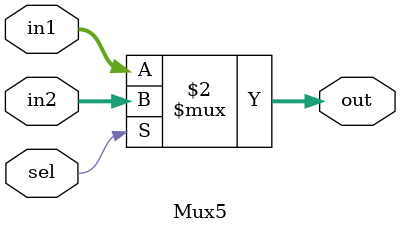
<source format=v>
module Mux5 (in1, in2, sel, out);
  input sel;
  input [4:0] in1, in2;
  output [4:0] out;

  assign out = (sel == 0) ? in1 : in2;
endmodule // mxu
</source>
